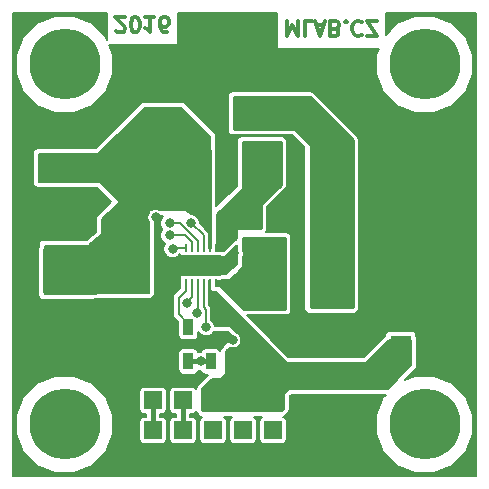
<source format=gbr>
G04 #@! TF.FileFunction,Copper,L2,Bot,Signal*
%FSLAX46Y46*%
G04 Gerber Fmt 4.6, Leading zero omitted, Abs format (unit mm)*
G04 Created by KiCad (PCBNEW 4.0.2+e4-6225~38~ubuntu15.10.1-stable) date Út 31. květen 2016, 19:10:35 CEST*
%MOMM*%
G01*
G04 APERTURE LIST*
%ADD10C,0.500000*%
%ADD11C,0.300000*%
%ADD12R,1.800860X2.499360*%
%ADD13R,3.810000X3.810000*%
%ADD14R,3.000000X3.000000*%
%ADD15C,6.000000*%
%ADD16R,0.250000X0.700000*%
%ADD17R,0.825000X0.850000*%
%ADD18R,1.397000X0.889000*%
%ADD19R,0.889000X1.397000*%
%ADD20R,1.524000X1.524000*%
%ADD21R,1.300000X1.300000*%
%ADD22C,1.300000*%
%ADD23C,0.800000*%
%ADD24C,0.400000*%
%ADD25C,0.200000*%
%ADD26C,0.254000*%
G04 APERTURE END LIST*
D10*
D11*
X9455429Y38400905D02*
X9517334Y38339000D01*
X9641143Y38277095D01*
X9950667Y38277095D01*
X10074477Y38339000D01*
X10136381Y38400905D01*
X10198286Y38524714D01*
X10198286Y38648524D01*
X10136381Y38834238D01*
X9393524Y39577095D01*
X10198286Y39577095D01*
X11003048Y38277095D02*
X11126857Y38277095D01*
X11250667Y38339000D01*
X11312572Y38400905D01*
X11374476Y38524714D01*
X11436381Y38772333D01*
X11436381Y39081857D01*
X11374476Y39329476D01*
X11312572Y39453286D01*
X11250667Y39515190D01*
X11126857Y39577095D01*
X11003048Y39577095D01*
X10879238Y39515190D01*
X10817334Y39453286D01*
X10755429Y39329476D01*
X10693524Y39081857D01*
X10693524Y38772333D01*
X10755429Y38524714D01*
X10817334Y38400905D01*
X10879238Y38339000D01*
X11003048Y38277095D01*
X12674476Y39577095D02*
X11931619Y39577095D01*
X12303048Y39577095D02*
X12303048Y38277095D01*
X12179238Y38462810D01*
X12055429Y38586619D01*
X11931619Y38648524D01*
X13788762Y38277095D02*
X13541143Y38277095D01*
X13417333Y38339000D01*
X13355428Y38400905D01*
X13231619Y38586619D01*
X13169714Y38834238D01*
X13169714Y39329476D01*
X13231619Y39453286D01*
X13293524Y39515190D01*
X13417333Y39577095D01*
X13664952Y39577095D01*
X13788762Y39515190D01*
X13850666Y39453286D01*
X13912571Y39329476D01*
X13912571Y39019952D01*
X13850666Y38896143D01*
X13788762Y38834238D01*
X13664952Y38772333D01*
X13417333Y38772333D01*
X13293524Y38834238D01*
X13231619Y38896143D01*
X13169714Y39019952D01*
X23940762Y39259595D02*
X23940762Y37959595D01*
X24374095Y38888167D01*
X24807428Y37959595D01*
X24807428Y39259595D01*
X26045523Y39259595D02*
X25426476Y39259595D01*
X25426476Y37959595D01*
X26416952Y38888167D02*
X27036000Y38888167D01*
X26293143Y39259595D02*
X26726476Y37959595D01*
X27159809Y39259595D01*
X28026476Y38578643D02*
X28212190Y38640548D01*
X28274095Y38702452D01*
X28336000Y38826262D01*
X28336000Y39011976D01*
X28274095Y39135786D01*
X28212190Y39197690D01*
X28088381Y39259595D01*
X27593143Y39259595D01*
X27593143Y37959595D01*
X28026476Y37959595D01*
X28150286Y38021500D01*
X28212190Y38083405D01*
X28274095Y38207214D01*
X28274095Y38331024D01*
X28212190Y38454833D01*
X28150286Y38516738D01*
X28026476Y38578643D01*
X27593143Y38578643D01*
X28893143Y39135786D02*
X28955048Y39197690D01*
X28893143Y39259595D01*
X28831238Y39197690D01*
X28893143Y39135786D01*
X28893143Y39259595D01*
X30255048Y39135786D02*
X30193143Y39197690D01*
X30007429Y39259595D01*
X29883619Y39259595D01*
X29697905Y39197690D01*
X29574096Y39073881D01*
X29512191Y38950071D01*
X29450286Y38702452D01*
X29450286Y38516738D01*
X29512191Y38269119D01*
X29574096Y38145310D01*
X29697905Y38021500D01*
X29883619Y37959595D01*
X30007429Y37959595D01*
X30193143Y38021500D01*
X30255048Y38083405D01*
X30688381Y37959595D02*
X31555048Y37959595D01*
X30688381Y39259595D01*
X31555048Y39259595D01*
D12*
X33528000Y15333980D03*
X33528000Y11336020D03*
D13*
X5160000Y13081000D03*
X10160000Y13081000D03*
D14*
X21765000Y27305000D03*
X27765000Y27305000D03*
X21892000Y16510000D03*
X27892000Y16510000D03*
D15*
X5080000Y35560000D03*
X35560000Y35560000D03*
X35560000Y5080000D03*
X5080000Y5080000D03*
D16*
X17887000Y17092000D03*
X17387000Y17092000D03*
X16887000Y17092000D03*
X16387000Y17092000D03*
X15887000Y17092000D03*
X15387000Y17092000D03*
X15387000Y19992000D03*
X15887000Y19992000D03*
X16387000Y19992000D03*
X16887000Y19992000D03*
X17387000Y19992000D03*
X17887000Y19992000D03*
D17*
X15399500Y18967000D03*
X16224500Y18967000D03*
X17049500Y18967000D03*
X17874500Y18967000D03*
X15399500Y18117000D03*
X16224500Y18117000D03*
X17049500Y18117000D03*
X17874500Y18117000D03*
D18*
X18415000Y14414500D03*
X18415000Y12509500D03*
D19*
X19367500Y10414000D03*
X17462500Y10414000D03*
X15557500Y10414000D03*
X13652500Y10414000D03*
X15557500Y13335000D03*
X13652500Y13335000D03*
D18*
X20828000Y22415500D03*
X20828000Y20510500D03*
D20*
X15113000Y4572000D03*
X15113000Y7112000D03*
X12573000Y4572000D03*
X12573000Y7112000D03*
D13*
X5160000Y18034000D03*
X10160000Y18034000D03*
D20*
X17653000Y4572000D03*
X22733000Y7112000D03*
X22733000Y4572000D03*
X22733000Y2032000D03*
X17653000Y7112000D03*
X20193000Y7112000D03*
X20193000Y4572000D03*
X29210000Y6604000D03*
X26670000Y6604000D03*
X29210000Y9144000D03*
X26670000Y9144000D03*
X29210000Y11684000D03*
X26670000Y11684000D03*
X6223000Y24130000D03*
X3683000Y24130000D03*
X6223000Y26670000D03*
X3683000Y26670000D03*
X6223000Y29210000D03*
X3683000Y29210000D03*
D21*
X13398500Y31178500D03*
D22*
X20898500Y31178500D03*
D21*
X28194000Y22669500D03*
D22*
X35694000Y22669500D03*
D23*
X34861500Y17335500D03*
X33401000Y17399000D03*
X32004000Y17462500D03*
X33718500Y22796500D03*
X34671000Y24574500D03*
X36385500Y24574500D03*
X37465000Y23558500D03*
X37401500Y21907500D03*
X36195000Y20955000D03*
X34544000Y21082000D03*
X12791619Y22616688D03*
X30480000Y14732000D03*
X23368000Y13970000D03*
X25273000Y11303000D03*
X24130000Y11303000D03*
X23241000Y12192000D03*
X22352000Y13081000D03*
X21463000Y13970000D03*
X25019000Y23241000D03*
X22733000Y23241000D03*
X24511000Y28702000D03*
X18288000Y27940000D03*
X19304000Y27813000D03*
X19304000Y25781000D03*
X18288000Y24892000D03*
X19341614Y12229614D03*
X6223000Y30861000D03*
X3683000Y30861000D03*
X3683000Y22352000D03*
X6223000Y22352000D03*
X19177000Y18542000D03*
X19431000Y19558000D03*
X15811500Y22161500D03*
X17099694Y13340150D03*
X15432010Y15380019D03*
X16299684Y14554447D03*
X13970000Y21082000D03*
X13970000Y22098000D03*
X16637000Y10414000D03*
X14224000Y19939000D03*
D24*
X33401000Y17399000D02*
X34798000Y17399000D01*
X34798000Y17399000D02*
X34861500Y17335500D01*
X36195000Y20955000D02*
X35496500Y20955000D01*
X35496500Y20955000D02*
X32004000Y17462500D01*
X36385500Y24574500D02*
X34671000Y24574500D01*
X37401500Y21907500D02*
X37401500Y23495000D01*
X37401500Y23495000D02*
X37465000Y23558500D01*
X34544000Y21082000D02*
X36068000Y21082000D01*
X36068000Y21082000D02*
X36195000Y20955000D01*
X13967998Y18923000D02*
X12791619Y20099379D01*
X12791619Y20099379D02*
X12791619Y22616688D01*
X15399500Y18967000D02*
X14011998Y18967000D01*
X14011998Y18967000D02*
X13967998Y18923000D01*
X21463000Y13970000D02*
X23368000Y13970000D01*
X23241000Y12192000D02*
X24130000Y11303000D01*
X21463000Y13970000D02*
X22352000Y13081000D01*
X22733000Y23241000D02*
X25019000Y23241000D01*
X26670000Y11684000D02*
X26670000Y12846000D01*
X26670000Y12846000D02*
X24511000Y15005000D01*
X24511000Y15005000D02*
X24511000Y28702000D01*
X19304000Y27813000D02*
X19304000Y29464000D01*
X19304000Y27813000D02*
X18415000Y27813000D01*
X18415000Y27813000D02*
X18288000Y27940000D01*
X18288000Y24892000D02*
X18415000Y24892000D01*
X18415000Y24892000D02*
X19304000Y25781000D01*
X18415000Y12509500D02*
X19061728Y12509500D01*
X19061728Y12509500D02*
X19341614Y12229614D01*
X3683000Y29210000D02*
X3683000Y30861000D01*
X33528000Y15333980D02*
X33528000Y16002000D01*
X6223000Y24130000D02*
X6223000Y22352000D01*
X17874500Y18967000D02*
X18840000Y18967000D01*
X18840000Y18967000D02*
X19431000Y19558000D01*
D11*
X10160000Y20239000D02*
X10160000Y18034000D01*
X17387000Y19992000D02*
X17387000Y28244000D01*
X17387000Y28244000D02*
X14516000Y31115000D01*
X10160000Y26759000D02*
X10160000Y20239000D01*
X13716000Y31115000D02*
X13716000Y30315000D01*
X13716000Y30315000D02*
X10160000Y26759000D01*
X14516000Y31115000D02*
X13716000Y31115000D01*
D25*
X16887000Y19992000D02*
X16887000Y21086000D01*
X16887000Y21086000D02*
X15811500Y22161500D01*
X16887000Y17092000D02*
X16887000Y15003133D01*
X16887000Y15003133D02*
X17099694Y14790439D01*
X17099694Y14790439D02*
X17099694Y13340150D01*
X15887000Y17092000D02*
X15887000Y15835009D01*
X15887000Y15835009D02*
X15432010Y15380019D01*
X16387000Y17092000D02*
X16387000Y14641763D01*
X16387000Y14641763D02*
X16299684Y14554447D01*
D24*
X15113000Y4572000D02*
X15113000Y7112000D01*
D25*
X15887000Y19992000D02*
X15887000Y20507002D01*
X15887000Y20507002D02*
X15312002Y21082000D01*
X15312002Y21082000D02*
X14535685Y21082000D01*
X14535685Y21082000D02*
X13970000Y21082000D01*
D24*
X12573000Y4572000D02*
X12573000Y7112000D01*
D25*
X16387000Y19992000D02*
X16387000Y20572701D01*
X16387000Y20572701D02*
X14861701Y22098000D01*
X14861701Y22098000D02*
X13970000Y22098000D01*
X18923000Y20828000D02*
X18986500Y20828000D01*
X18986500Y20828000D02*
X20574000Y22415500D01*
X20574000Y22415500D02*
X20828000Y22415500D01*
X18923000Y20510500D02*
X18923000Y20828000D01*
X17887000Y19992000D02*
X18404500Y19992000D01*
X18404500Y19992000D02*
X18923000Y20510500D01*
X17887000Y17092000D02*
X21310000Y17092000D01*
X21310000Y17092000D02*
X21892000Y16510000D01*
X15387000Y19992000D02*
X14277000Y19992000D01*
X14277000Y19992000D02*
X14224000Y19939000D01*
D24*
X16637000Y10414000D02*
X15557500Y10414000D01*
X16637000Y10414000D02*
X17462500Y10414000D01*
D25*
X15387000Y17092000D02*
X15387000Y16403000D01*
X15387000Y16403000D02*
X14732000Y15748000D01*
X14732000Y15748000D02*
X14732000Y14414500D01*
X14732000Y14414500D02*
X15557500Y13589000D01*
X15557500Y13589000D02*
X15557500Y13335000D01*
D26*
G36*
X23368000Y25325606D02*
X21754197Y23711803D01*
X21726334Y23669789D01*
X21717000Y23622000D01*
X21717000Y21717000D01*
X19685000Y21717000D01*
X19635590Y21706994D01*
X19593965Y21678553D01*
X19566685Y21636159D01*
X19558000Y21590000D01*
X19558000Y20880606D01*
X18489394Y19812000D01*
X18362874Y19812000D01*
X18287000Y19827365D01*
X17953000Y19827365D01*
X17953000Y19936700D01*
X17964000Y19992000D01*
X17964000Y22864394D01*
X20155803Y25056197D01*
X20183666Y25098211D01*
X20193000Y25146000D01*
X20193000Y28956000D01*
X23368000Y28956000D01*
X23368000Y25325606D01*
X23368000Y25325606D01*
G37*
X23368000Y25325606D02*
X21754197Y23711803D01*
X21726334Y23669789D01*
X21717000Y23622000D01*
X21717000Y21717000D01*
X19685000Y21717000D01*
X19635590Y21706994D01*
X19593965Y21678553D01*
X19566685Y21636159D01*
X19558000Y21590000D01*
X19558000Y20880606D01*
X18489394Y19812000D01*
X18362874Y19812000D01*
X18287000Y19827365D01*
X17953000Y19827365D01*
X17953000Y19936700D01*
X17964000Y19992000D01*
X17964000Y22864394D01*
X20155803Y25056197D01*
X20183666Y25098211D01*
X20193000Y25146000D01*
X20193000Y28956000D01*
X23368000Y28956000D01*
X23368000Y25325606D01*
G36*
X23749000Y14859000D02*
X20245606Y14859000D01*
X18250803Y16853803D01*
X18208789Y16881666D01*
X18161000Y16891000D01*
X17953000Y16891000D01*
X17953000Y17256635D01*
X18287000Y17256635D01*
X18368659Y17272000D01*
X18923000Y17272000D01*
X18972410Y17282006D01*
X19012803Y17309197D01*
X19473163Y17769557D01*
X19644846Y17840495D01*
X19877688Y18072930D01*
X19949515Y18245909D01*
X20155803Y18452197D01*
X20183666Y18494211D01*
X20193000Y18542000D01*
X20193000Y19236587D01*
X20257856Y19392778D01*
X20258143Y19721779D01*
X20193000Y19879437D01*
X20193000Y20828000D01*
X23749000Y20828000D01*
X23749000Y14859000D01*
X23749000Y14859000D01*
G37*
X23749000Y14859000D02*
X20245606Y14859000D01*
X18250803Y16853803D01*
X18208789Y16881666D01*
X18161000Y16891000D01*
X17953000Y16891000D01*
X17953000Y17256635D01*
X18287000Y17256635D01*
X18368659Y17272000D01*
X18923000Y17272000D01*
X18972410Y17282006D01*
X19012803Y17309197D01*
X19473163Y17769557D01*
X19644846Y17840495D01*
X19877688Y18072930D01*
X19949515Y18245909D01*
X20155803Y18452197D01*
X20183666Y18494211D01*
X20193000Y18542000D01*
X20193000Y19236587D01*
X20257856Y19392778D01*
X20258143Y19721779D01*
X20193000Y19879437D01*
X20193000Y20828000D01*
X23749000Y20828000D01*
X23749000Y14859000D01*
G36*
X29464000Y29157394D02*
X29464000Y14986000D01*
X25908000Y14986000D01*
X25908000Y28702000D01*
X25897994Y28751410D01*
X25870803Y28791803D01*
X24600803Y30061803D01*
X24558789Y30089666D01*
X24511000Y30099000D01*
X19431000Y30099000D01*
X19431000Y32766000D01*
X25855394Y32766000D01*
X29464000Y29157394D01*
X29464000Y29157394D01*
G37*
X29464000Y29157394D02*
X29464000Y14986000D01*
X25908000Y14986000D01*
X25908000Y28702000D01*
X25897994Y28751410D01*
X25870803Y28791803D01*
X24600803Y30061803D01*
X24558789Y30089666D01*
X24511000Y30099000D01*
X19431000Y30099000D01*
X19431000Y32766000D01*
X25855394Y32766000D01*
X29464000Y29157394D01*
D25*
G36*
X17426000Y16510000D02*
X17433879Y16471094D01*
X17455289Y16439289D01*
X17582289Y16312289D01*
X17615371Y16290350D01*
X17653000Y16283000D01*
X17865578Y16283000D01*
X23805289Y10343289D01*
X23838371Y10321350D01*
X23876000Y10314000D01*
X30607000Y10314000D01*
X30645906Y10321879D01*
X30677711Y10343289D01*
X32553422Y12219000D01*
X34444000Y12219000D01*
X34444000Y10074422D01*
X32470578Y8101000D01*
X24130000Y8101000D01*
X24091094Y8093121D01*
X24059289Y8071711D01*
X23678289Y7690711D01*
X23656350Y7657629D01*
X23649000Y7620000D01*
X23649000Y6391422D01*
X23453578Y6196000D01*
X16805422Y6196000D01*
X16737000Y6264422D01*
X16737000Y8086578D01*
X17567422Y8917000D01*
X18288000Y8917000D01*
X18326906Y8924879D01*
X18358711Y8946289D01*
X18739711Y9327289D01*
X18761650Y9360371D01*
X18769000Y9398000D01*
X18769000Y11261578D01*
X19085454Y11578032D01*
X19201764Y11529736D01*
X19480242Y11529493D01*
X19612159Y11584000D01*
X19685000Y11584000D01*
X19723906Y11591879D01*
X19755711Y11613289D01*
X20009711Y11867289D01*
X20031650Y11900371D01*
X20039000Y11938000D01*
X20039000Y12083763D01*
X20041492Y12089764D01*
X20041735Y12368242D01*
X20039000Y12374861D01*
X20039000Y12446000D01*
X20031121Y12484906D01*
X20009711Y12516711D01*
X19959742Y12566680D01*
X19935391Y12625614D01*
X19738650Y12822699D01*
X19678922Y12847500D01*
X19120711Y13405711D01*
X19087629Y13427650D01*
X19050000Y13435000D01*
X17799777Y13435000D01*
X17799815Y13478778D01*
X17693471Y13736150D01*
X17499694Y13930266D01*
X17499694Y14790434D01*
X17499695Y14790439D01*
X17469246Y14943513D01*
X17382537Y15073282D01*
X17287000Y15168819D01*
X17287000Y16613077D01*
X17293778Y16622997D01*
X17317877Y16742000D01*
X17317877Y17299000D01*
X17426000Y17299000D01*
X17426000Y16510000D01*
X17426000Y16510000D01*
G37*
X17426000Y16510000D02*
X17433879Y16471094D01*
X17455289Y16439289D01*
X17582289Y16312289D01*
X17615371Y16290350D01*
X17653000Y16283000D01*
X17865578Y16283000D01*
X23805289Y10343289D01*
X23838371Y10321350D01*
X23876000Y10314000D01*
X30607000Y10314000D01*
X30645906Y10321879D01*
X30677711Y10343289D01*
X32553422Y12219000D01*
X34444000Y12219000D01*
X34444000Y10074422D01*
X32470578Y8101000D01*
X24130000Y8101000D01*
X24091094Y8093121D01*
X24059289Y8071711D01*
X23678289Y7690711D01*
X23656350Y7657629D01*
X23649000Y7620000D01*
X23649000Y6391422D01*
X23453578Y6196000D01*
X16805422Y6196000D01*
X16737000Y6264422D01*
X16737000Y8086578D01*
X17567422Y8917000D01*
X18288000Y8917000D01*
X18326906Y8924879D01*
X18358711Y8946289D01*
X18739711Y9327289D01*
X18761650Y9360371D01*
X18769000Y9398000D01*
X18769000Y11261578D01*
X19085454Y11578032D01*
X19201764Y11529736D01*
X19480242Y11529493D01*
X19612159Y11584000D01*
X19685000Y11584000D01*
X19723906Y11591879D01*
X19755711Y11613289D01*
X20009711Y11867289D01*
X20031650Y11900371D01*
X20039000Y11938000D01*
X20039000Y12083763D01*
X20041492Y12089764D01*
X20041735Y12368242D01*
X20039000Y12374861D01*
X20039000Y12446000D01*
X20031121Y12484906D01*
X20009711Y12516711D01*
X19959742Y12566680D01*
X19935391Y12625614D01*
X19738650Y12822699D01*
X19678922Y12847500D01*
X19120711Y13405711D01*
X19087629Y13427650D01*
X19050000Y13435000D01*
X17799777Y13435000D01*
X17799815Y13478778D01*
X17693471Y13736150D01*
X17499694Y13930266D01*
X17499694Y14790434D01*
X17499695Y14790439D01*
X17469246Y14943513D01*
X17382537Y15073282D01*
X17287000Y15168819D01*
X17287000Y16613077D01*
X17293778Y16622997D01*
X17317877Y16742000D01*
X17317877Y17299000D01*
X17426000Y17299000D01*
X17426000Y16510000D01*
G36*
X8657810Y37637478D02*
X8557838Y37879429D01*
X7405496Y39033784D01*
X5899118Y39659287D01*
X4268037Y39660710D01*
X2760571Y39037838D01*
X1606216Y37885496D01*
X980713Y36379118D01*
X979290Y34748037D01*
X1602162Y33240571D01*
X2754504Y32086216D01*
X4260882Y31460713D01*
X5891963Y31459290D01*
X7399429Y32082162D01*
X8211683Y32893000D01*
X18904000Y32893000D01*
X18904000Y29972000D01*
X18931356Y29826617D01*
X19017277Y29693092D01*
X19148378Y29603514D01*
X19304000Y29572000D01*
X24345314Y29572000D01*
X25381000Y28536314D01*
X25381000Y14859000D01*
X25408356Y14713617D01*
X25494277Y14580092D01*
X25625378Y14490514D01*
X25781000Y14459000D01*
X29591000Y14459000D01*
X29736383Y14486356D01*
X29869908Y14572277D01*
X29959486Y14703378D01*
X29991000Y14859000D01*
X29991000Y29210000D01*
X29961600Y29360517D01*
X29873843Y29492843D01*
X26190843Y33175843D01*
X26063622Y33261486D01*
X25908000Y33293000D01*
X19304000Y33293000D01*
X19158617Y33265644D01*
X19025092Y33179723D01*
X18935514Y33048622D01*
X18904000Y32893000D01*
X8211683Y32893000D01*
X8553784Y33234504D01*
X9179287Y34740882D01*
X9180710Y36371963D01*
X8826590Y37229000D01*
X14710190Y37229000D01*
X14710190Y39936000D01*
X23081238Y39936000D01*
X23081238Y36911500D01*
X31681777Y36911500D01*
X31460713Y36379118D01*
X31459290Y34748037D01*
X32082162Y33240571D01*
X33234504Y32086216D01*
X34740882Y31460713D01*
X36371963Y31459290D01*
X37879429Y32082162D01*
X39033784Y33234504D01*
X39659287Y34740882D01*
X39660710Y36371963D01*
X39037838Y37879429D01*
X37885496Y39033784D01*
X36379118Y39659287D01*
X34748037Y39660710D01*
X33240571Y39037838D01*
X32290762Y38089685D01*
X32290762Y39936000D01*
X39936000Y39936000D01*
X39936000Y704000D01*
X704000Y704000D01*
X704000Y4268037D01*
X979290Y4268037D01*
X1602162Y2760571D01*
X2754504Y1606216D01*
X4260882Y980713D01*
X5891963Y979290D01*
X7399429Y1602162D01*
X8553784Y2754504D01*
X9179287Y4260882D01*
X9180710Y5891963D01*
X8557838Y7399429D01*
X8084095Y7874000D01*
X11403164Y7874000D01*
X11403164Y6350000D01*
X11431056Y6201769D01*
X11518660Y6065628D01*
X11652329Y5974296D01*
X11811000Y5942164D01*
X11973000Y5942164D01*
X11973000Y5741836D01*
X11811000Y5741836D01*
X11662769Y5713944D01*
X11526628Y5626340D01*
X11435296Y5492671D01*
X11403164Y5334000D01*
X11403164Y3810000D01*
X11431056Y3661769D01*
X11518660Y3525628D01*
X11652329Y3434296D01*
X11811000Y3402164D01*
X13335000Y3402164D01*
X13483231Y3430056D01*
X13619372Y3517660D01*
X13710704Y3651329D01*
X13742836Y3810000D01*
X13742836Y5334000D01*
X13714944Y5482231D01*
X13627340Y5618372D01*
X13493671Y5709704D01*
X13335000Y5741836D01*
X13173000Y5741836D01*
X13173000Y5942164D01*
X13335000Y5942164D01*
X13483231Y5970056D01*
X13619372Y6057660D01*
X13710704Y6191329D01*
X13742836Y6350000D01*
X13742836Y7874000D01*
X13714944Y8022231D01*
X13627340Y8158372D01*
X13493671Y8249704D01*
X13335000Y8281836D01*
X11811000Y8281836D01*
X11662769Y8253944D01*
X11526628Y8166340D01*
X11435296Y8032671D01*
X11403164Y7874000D01*
X8084095Y7874000D01*
X7405496Y8553784D01*
X5899118Y9179287D01*
X4268037Y9180710D01*
X2760571Y8557838D01*
X1606216Y7405496D01*
X980713Y5899118D01*
X979290Y4268037D01*
X704000Y4268037D01*
X704000Y28067000D01*
X2394000Y28067000D01*
X2394000Y25527000D01*
X2421356Y25381617D01*
X2507277Y25248092D01*
X2638378Y25158514D01*
X2794000Y25127000D01*
X7835314Y25127000D01*
X9022814Y23939500D01*
X7845157Y22761843D01*
X7759514Y22634622D01*
X7728000Y22479000D01*
X7728000Y21390508D01*
X6961705Y20720000D01*
X3302000Y20720000D01*
X3156617Y20692644D01*
X3023092Y20606723D01*
X2933514Y20475622D01*
X2902000Y20320000D01*
X2902000Y20130899D01*
X2879296Y20097671D01*
X2847164Y19939000D01*
X2847164Y16129000D01*
X2875056Y15980769D01*
X2919716Y15911366D01*
X2931440Y15851383D01*
X3019233Y15719081D01*
X3151582Y15631359D01*
X3307633Y15602040D01*
X11765437Y15721164D01*
X12065000Y15721164D01*
X12089237Y15725725D01*
X12324633Y15729040D01*
X12464383Y15756356D01*
X12597908Y15842277D01*
X12687486Y15973378D01*
X12719000Y16129000D01*
X12719000Y22714000D01*
X13454716Y22714000D01*
X13292188Y22551755D01*
X13170139Y22257828D01*
X13169861Y21939568D01*
X13291397Y21645428D01*
X13346628Y21590100D01*
X13292188Y21535755D01*
X13170139Y21241828D01*
X13169861Y20923568D01*
X13291397Y20629428D01*
X13516245Y20404188D01*
X13545834Y20391902D01*
X13424139Y20098828D01*
X13423861Y19780568D01*
X13545397Y19486428D01*
X13770245Y19261188D01*
X14064172Y19139139D01*
X14382432Y19138861D01*
X14676572Y19260397D01*
X14893123Y19476571D01*
X14969660Y19357628D01*
X15103329Y19266296D01*
X15262000Y19234164D01*
X15512000Y19234164D01*
X15641589Y19258548D01*
X15762000Y19234164D01*
X16012000Y19234164D01*
X16141589Y19258548D01*
X16262000Y19234164D01*
X16512000Y19234164D01*
X16641589Y19258548D01*
X16762000Y19234164D01*
X17012000Y19234164D01*
X17141589Y19258548D01*
X17262000Y19234164D01*
X17512000Y19234164D01*
X17641589Y19258548D01*
X17762000Y19234164D01*
X18012000Y19234164D01*
X18160231Y19262056D01*
X18195887Y19285000D01*
X18542000Y19285000D01*
X18692517Y19314400D01*
X18824843Y19402157D01*
X19666000Y20243314D01*
X19666000Y18707686D01*
X18757314Y17799000D01*
X18198045Y17799000D01*
X18170671Y17817704D01*
X18012000Y17849836D01*
X17762000Y17849836D01*
X17632411Y17825452D01*
X17512000Y17849836D01*
X17262000Y17849836D01*
X17132411Y17825452D01*
X17012000Y17849836D01*
X16762000Y17849836D01*
X16632411Y17825452D01*
X16512000Y17849836D01*
X16262000Y17849836D01*
X16132411Y17825452D01*
X16012000Y17849836D01*
X15762000Y17849836D01*
X15632411Y17825452D01*
X15512000Y17849836D01*
X15262000Y17849836D01*
X15113769Y17821944D01*
X14977628Y17734340D01*
X14886296Y17600671D01*
X14854164Y17442000D01*
X14854164Y16742000D01*
X14880252Y16603358D01*
X14378447Y16101553D01*
X14270060Y15939342D01*
X14232000Y15748000D01*
X14232000Y14414500D01*
X14257121Y14288209D01*
X14270060Y14223158D01*
X14378447Y14060947D01*
X14705164Y13734230D01*
X14705164Y12636500D01*
X14733056Y12488269D01*
X14820660Y12352128D01*
X14954329Y12260796D01*
X15113000Y12228664D01*
X16002000Y12228664D01*
X16150231Y12256556D01*
X16286372Y12344160D01*
X16377704Y12477829D01*
X16409836Y12636500D01*
X16409836Y12914817D01*
X16421091Y12887578D01*
X16645939Y12662338D01*
X16939866Y12540289D01*
X17258126Y12540011D01*
X17552266Y12661547D01*
X17777506Y12886395D01*
X17797689Y12935000D01*
X18884314Y12935000D01*
X19539000Y12280314D01*
X19539000Y12103686D01*
X19519314Y12084000D01*
X19050000Y12084000D01*
X18899483Y12054600D01*
X18767157Y11966843D01*
X18386157Y11585843D01*
X18300514Y11458622D01*
X18269000Y11303000D01*
X18269000Y11288617D01*
X18199340Y11396872D01*
X18065671Y11488204D01*
X17907000Y11520336D01*
X17018000Y11520336D01*
X16869769Y11492444D01*
X16733628Y11404840D01*
X16642296Y11271171D01*
X16630720Y11214006D01*
X16478568Y11214139D01*
X16397049Y11180456D01*
X16381944Y11260731D01*
X16294340Y11396872D01*
X16160671Y11488204D01*
X16002000Y11520336D01*
X15113000Y11520336D01*
X14964769Y11492444D01*
X14828628Y11404840D01*
X14737296Y11271171D01*
X14705164Y11112500D01*
X14705164Y9715500D01*
X14733056Y9567269D01*
X14820660Y9431128D01*
X14954329Y9339796D01*
X15113000Y9307664D01*
X16002000Y9307664D01*
X16150231Y9335556D01*
X16286372Y9423160D01*
X16377704Y9556829D01*
X16396125Y9647793D01*
X16477172Y9614139D01*
X16629262Y9614006D01*
X16638056Y9567269D01*
X16725660Y9431128D01*
X16859329Y9339796D01*
X17018000Y9307664D01*
X17254950Y9307664D01*
X17243157Y9299843D01*
X16354157Y8410843D01*
X16268514Y8283622D01*
X16237000Y8128000D01*
X16237000Y8050117D01*
X16167340Y8158372D01*
X16033671Y8249704D01*
X15875000Y8281836D01*
X14351000Y8281836D01*
X14202769Y8253944D01*
X14066628Y8166340D01*
X13975296Y8032671D01*
X13943164Y7874000D01*
X13943164Y6350000D01*
X13971056Y6201769D01*
X14058660Y6065628D01*
X14192329Y5974296D01*
X14351000Y5942164D01*
X14513000Y5942164D01*
X14513000Y5741836D01*
X14351000Y5741836D01*
X14202769Y5713944D01*
X14066628Y5626340D01*
X13975296Y5492671D01*
X13943164Y5334000D01*
X13943164Y3810000D01*
X13971056Y3661769D01*
X14058660Y3525628D01*
X14192329Y3434296D01*
X14351000Y3402164D01*
X15875000Y3402164D01*
X16023231Y3430056D01*
X16159372Y3517660D01*
X16250704Y3651329D01*
X16282836Y3810000D01*
X16282836Y5334000D01*
X16254944Y5482231D01*
X16167340Y5618372D01*
X16033671Y5709704D01*
X15875000Y5741836D01*
X15713000Y5741836D01*
X15713000Y5942164D01*
X15875000Y5942164D01*
X16023231Y5970056D01*
X16159372Y6057660D01*
X16244858Y6182772D01*
X16266400Y6072483D01*
X16354157Y5940157D01*
X16481157Y5813157D01*
X16608378Y5727514D01*
X16726640Y5703565D01*
X16606628Y5626340D01*
X16515296Y5492671D01*
X16483164Y5334000D01*
X16483164Y3810000D01*
X16511056Y3661769D01*
X16598660Y3525628D01*
X16732329Y3434296D01*
X16891000Y3402164D01*
X18415000Y3402164D01*
X18563231Y3430056D01*
X18699372Y3517660D01*
X18790704Y3651329D01*
X18822836Y3810000D01*
X18822836Y5334000D01*
X18794944Y5482231D01*
X18707340Y5618372D01*
X18593727Y5696000D01*
X19254883Y5696000D01*
X19146628Y5626340D01*
X19055296Y5492671D01*
X19023164Y5334000D01*
X19023164Y3810000D01*
X19051056Y3661769D01*
X19138660Y3525628D01*
X19272329Y3434296D01*
X19431000Y3402164D01*
X20955000Y3402164D01*
X21103231Y3430056D01*
X21239372Y3517660D01*
X21330704Y3651329D01*
X21362836Y3810000D01*
X21362836Y5334000D01*
X21334944Y5482231D01*
X21247340Y5618372D01*
X21133727Y5696000D01*
X21794883Y5696000D01*
X21686628Y5626340D01*
X21595296Y5492671D01*
X21563164Y5334000D01*
X21563164Y3810000D01*
X21591056Y3661769D01*
X21678660Y3525628D01*
X21812329Y3434296D01*
X21971000Y3402164D01*
X23495000Y3402164D01*
X23643231Y3430056D01*
X23779372Y3517660D01*
X23870704Y3651329D01*
X23902836Y3810000D01*
X23902836Y5334000D01*
X23874944Y5482231D01*
X23787340Y5618372D01*
X23653671Y5709704D01*
X23610214Y5718504D01*
X23645517Y5725400D01*
X23777843Y5813157D01*
X24031843Y6067157D01*
X24117486Y6194378D01*
X24149000Y6350000D01*
X24149000Y7454314D01*
X24295686Y7601000D01*
X32282062Y7601000D01*
X32086216Y7405496D01*
X31460713Y5899118D01*
X31459290Y4268037D01*
X32082162Y2760571D01*
X33234504Y1606216D01*
X34740882Y980713D01*
X36371963Y979290D01*
X37879429Y1602162D01*
X39033784Y2754504D01*
X39659287Y4260882D01*
X39660710Y5891963D01*
X39037838Y7399429D01*
X37885496Y8553784D01*
X36379118Y9179287D01*
X34748037Y9180710D01*
X33911919Y8835233D01*
X34826843Y9750157D01*
X34912486Y9877378D01*
X34944000Y10033000D01*
X34944000Y12319000D01*
X34916644Y12464383D01*
X34835310Y12590779D01*
X34808374Y12733931D01*
X34720770Y12870072D01*
X34587101Y12961404D01*
X34428430Y12993536D01*
X32627570Y12993536D01*
X32479339Y12965644D01*
X32343198Y12878040D01*
X32251866Y12744371D01*
X32221440Y12594126D01*
X30441314Y10814000D01*
X24041686Y10814000D01*
X20523686Y14332000D01*
X23876000Y14332000D01*
X24021383Y14359356D01*
X24154908Y14445277D01*
X24244486Y14576378D01*
X24276000Y14732000D01*
X24276000Y20955000D01*
X24248644Y21100383D01*
X24162723Y21233908D01*
X24031622Y21323486D01*
X23876000Y21355000D01*
X22158249Y21355000D01*
X22212486Y21434378D01*
X22244000Y21590000D01*
X22244000Y23456314D01*
X23777843Y24990157D01*
X23863486Y25117378D01*
X23895000Y25273000D01*
X23895000Y29083000D01*
X23867644Y29228383D01*
X23781723Y29361908D01*
X23650622Y29451486D01*
X23495000Y29483000D01*
X20066000Y29483000D01*
X19920617Y29455644D01*
X19787092Y29369723D01*
X19697514Y29238622D01*
X19666000Y29083000D01*
X19666000Y25311686D01*
X17937000Y23582686D01*
X17937000Y28244000D01*
X17926000Y28299301D01*
X17926000Y29464000D01*
X17896600Y29614517D01*
X17808843Y29746843D01*
X15268843Y32286843D01*
X15141622Y32372486D01*
X14986000Y32404000D01*
X11811000Y32404000D01*
X11660483Y32374600D01*
X11528157Y32286843D01*
X7708314Y28467000D01*
X2794000Y28467000D01*
X2648617Y28439644D01*
X2515092Y28353723D01*
X2425514Y28222622D01*
X2394000Y28067000D01*
X704000Y28067000D01*
X704000Y39936000D01*
X8657810Y39936000D01*
X8657810Y37637478D01*
X8657810Y37637478D01*
G37*
X8657810Y37637478D02*
X8557838Y37879429D01*
X7405496Y39033784D01*
X5899118Y39659287D01*
X4268037Y39660710D01*
X2760571Y39037838D01*
X1606216Y37885496D01*
X980713Y36379118D01*
X979290Y34748037D01*
X1602162Y33240571D01*
X2754504Y32086216D01*
X4260882Y31460713D01*
X5891963Y31459290D01*
X7399429Y32082162D01*
X8211683Y32893000D01*
X18904000Y32893000D01*
X18904000Y29972000D01*
X18931356Y29826617D01*
X19017277Y29693092D01*
X19148378Y29603514D01*
X19304000Y29572000D01*
X24345314Y29572000D01*
X25381000Y28536314D01*
X25381000Y14859000D01*
X25408356Y14713617D01*
X25494277Y14580092D01*
X25625378Y14490514D01*
X25781000Y14459000D01*
X29591000Y14459000D01*
X29736383Y14486356D01*
X29869908Y14572277D01*
X29959486Y14703378D01*
X29991000Y14859000D01*
X29991000Y29210000D01*
X29961600Y29360517D01*
X29873843Y29492843D01*
X26190843Y33175843D01*
X26063622Y33261486D01*
X25908000Y33293000D01*
X19304000Y33293000D01*
X19158617Y33265644D01*
X19025092Y33179723D01*
X18935514Y33048622D01*
X18904000Y32893000D01*
X8211683Y32893000D01*
X8553784Y33234504D01*
X9179287Y34740882D01*
X9180710Y36371963D01*
X8826590Y37229000D01*
X14710190Y37229000D01*
X14710190Y39936000D01*
X23081238Y39936000D01*
X23081238Y36911500D01*
X31681777Y36911500D01*
X31460713Y36379118D01*
X31459290Y34748037D01*
X32082162Y33240571D01*
X33234504Y32086216D01*
X34740882Y31460713D01*
X36371963Y31459290D01*
X37879429Y32082162D01*
X39033784Y33234504D01*
X39659287Y34740882D01*
X39660710Y36371963D01*
X39037838Y37879429D01*
X37885496Y39033784D01*
X36379118Y39659287D01*
X34748037Y39660710D01*
X33240571Y39037838D01*
X32290762Y38089685D01*
X32290762Y39936000D01*
X39936000Y39936000D01*
X39936000Y704000D01*
X704000Y704000D01*
X704000Y4268037D01*
X979290Y4268037D01*
X1602162Y2760571D01*
X2754504Y1606216D01*
X4260882Y980713D01*
X5891963Y979290D01*
X7399429Y1602162D01*
X8553784Y2754504D01*
X9179287Y4260882D01*
X9180710Y5891963D01*
X8557838Y7399429D01*
X8084095Y7874000D01*
X11403164Y7874000D01*
X11403164Y6350000D01*
X11431056Y6201769D01*
X11518660Y6065628D01*
X11652329Y5974296D01*
X11811000Y5942164D01*
X11973000Y5942164D01*
X11973000Y5741836D01*
X11811000Y5741836D01*
X11662769Y5713944D01*
X11526628Y5626340D01*
X11435296Y5492671D01*
X11403164Y5334000D01*
X11403164Y3810000D01*
X11431056Y3661769D01*
X11518660Y3525628D01*
X11652329Y3434296D01*
X11811000Y3402164D01*
X13335000Y3402164D01*
X13483231Y3430056D01*
X13619372Y3517660D01*
X13710704Y3651329D01*
X13742836Y3810000D01*
X13742836Y5334000D01*
X13714944Y5482231D01*
X13627340Y5618372D01*
X13493671Y5709704D01*
X13335000Y5741836D01*
X13173000Y5741836D01*
X13173000Y5942164D01*
X13335000Y5942164D01*
X13483231Y5970056D01*
X13619372Y6057660D01*
X13710704Y6191329D01*
X13742836Y6350000D01*
X13742836Y7874000D01*
X13714944Y8022231D01*
X13627340Y8158372D01*
X13493671Y8249704D01*
X13335000Y8281836D01*
X11811000Y8281836D01*
X11662769Y8253944D01*
X11526628Y8166340D01*
X11435296Y8032671D01*
X11403164Y7874000D01*
X8084095Y7874000D01*
X7405496Y8553784D01*
X5899118Y9179287D01*
X4268037Y9180710D01*
X2760571Y8557838D01*
X1606216Y7405496D01*
X980713Y5899118D01*
X979290Y4268037D01*
X704000Y4268037D01*
X704000Y28067000D01*
X2394000Y28067000D01*
X2394000Y25527000D01*
X2421356Y25381617D01*
X2507277Y25248092D01*
X2638378Y25158514D01*
X2794000Y25127000D01*
X7835314Y25127000D01*
X9022814Y23939500D01*
X7845157Y22761843D01*
X7759514Y22634622D01*
X7728000Y22479000D01*
X7728000Y21390508D01*
X6961705Y20720000D01*
X3302000Y20720000D01*
X3156617Y20692644D01*
X3023092Y20606723D01*
X2933514Y20475622D01*
X2902000Y20320000D01*
X2902000Y20130899D01*
X2879296Y20097671D01*
X2847164Y19939000D01*
X2847164Y16129000D01*
X2875056Y15980769D01*
X2919716Y15911366D01*
X2931440Y15851383D01*
X3019233Y15719081D01*
X3151582Y15631359D01*
X3307633Y15602040D01*
X11765437Y15721164D01*
X12065000Y15721164D01*
X12089237Y15725725D01*
X12324633Y15729040D01*
X12464383Y15756356D01*
X12597908Y15842277D01*
X12687486Y15973378D01*
X12719000Y16129000D01*
X12719000Y22714000D01*
X13454716Y22714000D01*
X13292188Y22551755D01*
X13170139Y22257828D01*
X13169861Y21939568D01*
X13291397Y21645428D01*
X13346628Y21590100D01*
X13292188Y21535755D01*
X13170139Y21241828D01*
X13169861Y20923568D01*
X13291397Y20629428D01*
X13516245Y20404188D01*
X13545834Y20391902D01*
X13424139Y20098828D01*
X13423861Y19780568D01*
X13545397Y19486428D01*
X13770245Y19261188D01*
X14064172Y19139139D01*
X14382432Y19138861D01*
X14676572Y19260397D01*
X14893123Y19476571D01*
X14969660Y19357628D01*
X15103329Y19266296D01*
X15262000Y19234164D01*
X15512000Y19234164D01*
X15641589Y19258548D01*
X15762000Y19234164D01*
X16012000Y19234164D01*
X16141589Y19258548D01*
X16262000Y19234164D01*
X16512000Y19234164D01*
X16641589Y19258548D01*
X16762000Y19234164D01*
X17012000Y19234164D01*
X17141589Y19258548D01*
X17262000Y19234164D01*
X17512000Y19234164D01*
X17641589Y19258548D01*
X17762000Y19234164D01*
X18012000Y19234164D01*
X18160231Y19262056D01*
X18195887Y19285000D01*
X18542000Y19285000D01*
X18692517Y19314400D01*
X18824843Y19402157D01*
X19666000Y20243314D01*
X19666000Y18707686D01*
X18757314Y17799000D01*
X18198045Y17799000D01*
X18170671Y17817704D01*
X18012000Y17849836D01*
X17762000Y17849836D01*
X17632411Y17825452D01*
X17512000Y17849836D01*
X17262000Y17849836D01*
X17132411Y17825452D01*
X17012000Y17849836D01*
X16762000Y17849836D01*
X16632411Y17825452D01*
X16512000Y17849836D01*
X16262000Y17849836D01*
X16132411Y17825452D01*
X16012000Y17849836D01*
X15762000Y17849836D01*
X15632411Y17825452D01*
X15512000Y17849836D01*
X15262000Y17849836D01*
X15113769Y17821944D01*
X14977628Y17734340D01*
X14886296Y17600671D01*
X14854164Y17442000D01*
X14854164Y16742000D01*
X14880252Y16603358D01*
X14378447Y16101553D01*
X14270060Y15939342D01*
X14232000Y15748000D01*
X14232000Y14414500D01*
X14257121Y14288209D01*
X14270060Y14223158D01*
X14378447Y14060947D01*
X14705164Y13734230D01*
X14705164Y12636500D01*
X14733056Y12488269D01*
X14820660Y12352128D01*
X14954329Y12260796D01*
X15113000Y12228664D01*
X16002000Y12228664D01*
X16150231Y12256556D01*
X16286372Y12344160D01*
X16377704Y12477829D01*
X16409836Y12636500D01*
X16409836Y12914817D01*
X16421091Y12887578D01*
X16645939Y12662338D01*
X16939866Y12540289D01*
X17258126Y12540011D01*
X17552266Y12661547D01*
X17777506Y12886395D01*
X17797689Y12935000D01*
X18884314Y12935000D01*
X19539000Y12280314D01*
X19539000Y12103686D01*
X19519314Y12084000D01*
X19050000Y12084000D01*
X18899483Y12054600D01*
X18767157Y11966843D01*
X18386157Y11585843D01*
X18300514Y11458622D01*
X18269000Y11303000D01*
X18269000Y11288617D01*
X18199340Y11396872D01*
X18065671Y11488204D01*
X17907000Y11520336D01*
X17018000Y11520336D01*
X16869769Y11492444D01*
X16733628Y11404840D01*
X16642296Y11271171D01*
X16630720Y11214006D01*
X16478568Y11214139D01*
X16397049Y11180456D01*
X16381944Y11260731D01*
X16294340Y11396872D01*
X16160671Y11488204D01*
X16002000Y11520336D01*
X15113000Y11520336D01*
X14964769Y11492444D01*
X14828628Y11404840D01*
X14737296Y11271171D01*
X14705164Y11112500D01*
X14705164Y9715500D01*
X14733056Y9567269D01*
X14820660Y9431128D01*
X14954329Y9339796D01*
X15113000Y9307664D01*
X16002000Y9307664D01*
X16150231Y9335556D01*
X16286372Y9423160D01*
X16377704Y9556829D01*
X16396125Y9647793D01*
X16477172Y9614139D01*
X16629262Y9614006D01*
X16638056Y9567269D01*
X16725660Y9431128D01*
X16859329Y9339796D01*
X17018000Y9307664D01*
X17254950Y9307664D01*
X17243157Y9299843D01*
X16354157Y8410843D01*
X16268514Y8283622D01*
X16237000Y8128000D01*
X16237000Y8050117D01*
X16167340Y8158372D01*
X16033671Y8249704D01*
X15875000Y8281836D01*
X14351000Y8281836D01*
X14202769Y8253944D01*
X14066628Y8166340D01*
X13975296Y8032671D01*
X13943164Y7874000D01*
X13943164Y6350000D01*
X13971056Y6201769D01*
X14058660Y6065628D01*
X14192329Y5974296D01*
X14351000Y5942164D01*
X14513000Y5942164D01*
X14513000Y5741836D01*
X14351000Y5741836D01*
X14202769Y5713944D01*
X14066628Y5626340D01*
X13975296Y5492671D01*
X13943164Y5334000D01*
X13943164Y3810000D01*
X13971056Y3661769D01*
X14058660Y3525628D01*
X14192329Y3434296D01*
X14351000Y3402164D01*
X15875000Y3402164D01*
X16023231Y3430056D01*
X16159372Y3517660D01*
X16250704Y3651329D01*
X16282836Y3810000D01*
X16282836Y5334000D01*
X16254944Y5482231D01*
X16167340Y5618372D01*
X16033671Y5709704D01*
X15875000Y5741836D01*
X15713000Y5741836D01*
X15713000Y5942164D01*
X15875000Y5942164D01*
X16023231Y5970056D01*
X16159372Y6057660D01*
X16244858Y6182772D01*
X16266400Y6072483D01*
X16354157Y5940157D01*
X16481157Y5813157D01*
X16608378Y5727514D01*
X16726640Y5703565D01*
X16606628Y5626340D01*
X16515296Y5492671D01*
X16483164Y5334000D01*
X16483164Y3810000D01*
X16511056Y3661769D01*
X16598660Y3525628D01*
X16732329Y3434296D01*
X16891000Y3402164D01*
X18415000Y3402164D01*
X18563231Y3430056D01*
X18699372Y3517660D01*
X18790704Y3651329D01*
X18822836Y3810000D01*
X18822836Y5334000D01*
X18794944Y5482231D01*
X18707340Y5618372D01*
X18593727Y5696000D01*
X19254883Y5696000D01*
X19146628Y5626340D01*
X19055296Y5492671D01*
X19023164Y5334000D01*
X19023164Y3810000D01*
X19051056Y3661769D01*
X19138660Y3525628D01*
X19272329Y3434296D01*
X19431000Y3402164D01*
X20955000Y3402164D01*
X21103231Y3430056D01*
X21239372Y3517660D01*
X21330704Y3651329D01*
X21362836Y3810000D01*
X21362836Y5334000D01*
X21334944Y5482231D01*
X21247340Y5618372D01*
X21133727Y5696000D01*
X21794883Y5696000D01*
X21686628Y5626340D01*
X21595296Y5492671D01*
X21563164Y5334000D01*
X21563164Y3810000D01*
X21591056Y3661769D01*
X21678660Y3525628D01*
X21812329Y3434296D01*
X21971000Y3402164D01*
X23495000Y3402164D01*
X23643231Y3430056D01*
X23779372Y3517660D01*
X23870704Y3651329D01*
X23902836Y3810000D01*
X23902836Y5334000D01*
X23874944Y5482231D01*
X23787340Y5618372D01*
X23653671Y5709704D01*
X23610214Y5718504D01*
X23645517Y5725400D01*
X23777843Y5813157D01*
X24031843Y6067157D01*
X24117486Y6194378D01*
X24149000Y6350000D01*
X24149000Y7454314D01*
X24295686Y7601000D01*
X32282062Y7601000D01*
X32086216Y7405496D01*
X31460713Y5899118D01*
X31459290Y4268037D01*
X32082162Y2760571D01*
X33234504Y1606216D01*
X34740882Y980713D01*
X36371963Y979290D01*
X37879429Y1602162D01*
X39033784Y2754504D01*
X39659287Y4260882D01*
X39660710Y5891963D01*
X39037838Y7399429D01*
X37885496Y8553784D01*
X36379118Y9179287D01*
X34748037Y9180710D01*
X33911919Y8835233D01*
X34826843Y9750157D01*
X34912486Y9877378D01*
X34944000Y10033000D01*
X34944000Y12319000D01*
X34916644Y12464383D01*
X34835310Y12590779D01*
X34808374Y12733931D01*
X34720770Y12870072D01*
X34587101Y12961404D01*
X34428430Y12993536D01*
X32627570Y12993536D01*
X32479339Y12965644D01*
X32343198Y12878040D01*
X32251866Y12744371D01*
X32221440Y12594126D01*
X30441314Y10814000D01*
X24041686Y10814000D01*
X20523686Y14332000D01*
X23876000Y14332000D01*
X24021383Y14359356D01*
X24154908Y14445277D01*
X24244486Y14576378D01*
X24276000Y14732000D01*
X24276000Y20955000D01*
X24248644Y21100383D01*
X24162723Y21233908D01*
X24031622Y21323486D01*
X23876000Y21355000D01*
X22158249Y21355000D01*
X22212486Y21434378D01*
X22244000Y21590000D01*
X22244000Y23456314D01*
X23777843Y24990157D01*
X23863486Y25117378D01*
X23895000Y25273000D01*
X23895000Y29083000D01*
X23867644Y29228383D01*
X23781723Y29361908D01*
X23650622Y29451486D01*
X23495000Y29483000D01*
X20066000Y29483000D01*
X19920617Y29455644D01*
X19787092Y29369723D01*
X19697514Y29238622D01*
X19666000Y29083000D01*
X19666000Y25311686D01*
X17937000Y23582686D01*
X17937000Y28244000D01*
X17926000Y28299301D01*
X17926000Y29464000D01*
X17896600Y29614517D01*
X17808843Y29746843D01*
X15268843Y32286843D01*
X15141622Y32372486D01*
X14986000Y32404000D01*
X11811000Y32404000D01*
X11660483Y32374600D01*
X11528157Y32286843D01*
X7708314Y28467000D01*
X2794000Y28467000D01*
X2648617Y28439644D01*
X2515092Y28353723D01*
X2425514Y28222622D01*
X2394000Y28067000D01*
X704000Y28067000D01*
X704000Y39936000D01*
X8657810Y39936000D01*
X8657810Y37637478D01*
G36*
X17426000Y29422578D02*
X17426000Y19785000D01*
X17372000Y19785000D01*
X17372000Y21209000D01*
X17364121Y21247906D01*
X17342711Y21279711D01*
X16511456Y22110966D01*
X16511621Y22300128D01*
X16405277Y22557500D01*
X16208536Y22754585D01*
X15951350Y22861378D01*
X15760878Y22861544D01*
X15437711Y23184711D01*
X15404629Y23206650D01*
X15367000Y23214000D01*
X13178475Y23214000D01*
X12931469Y23316566D01*
X12652991Y23316809D01*
X12404174Y23214000D01*
X12319000Y23214000D01*
X12280094Y23206121D01*
X12247319Y23183727D01*
X12225839Y23150346D01*
X12219000Y23114000D01*
X12219000Y23034154D01*
X12198534Y23013724D01*
X12091741Y22756538D01*
X12091498Y22478060D01*
X12197842Y22220688D01*
X12219000Y22199493D01*
X12219000Y16227601D01*
X3402000Y16103418D01*
X3402000Y20220000D01*
X7112000Y20220000D01*
X7150906Y20227879D01*
X7177850Y20244742D01*
X8193850Y21133742D01*
X8217942Y21165291D01*
X8228000Y21209000D01*
X8228000Y22437578D01*
X9659211Y23868789D01*
X9681150Y23901871D01*
X9688490Y23940881D01*
X9680075Y23979675D01*
X9659211Y24010211D01*
X8071711Y25597711D01*
X8038629Y25619650D01*
X8001000Y25627000D01*
X2894000Y25627000D01*
X2894000Y27967000D01*
X7874000Y27967000D01*
X7912906Y27974879D01*
X7944711Y27996289D01*
X11852422Y31904000D01*
X14944578Y31904000D01*
X17426000Y29422578D01*
X17426000Y29422578D01*
G37*
X17426000Y29422578D02*
X17426000Y19785000D01*
X17372000Y19785000D01*
X17372000Y21209000D01*
X17364121Y21247906D01*
X17342711Y21279711D01*
X16511456Y22110966D01*
X16511621Y22300128D01*
X16405277Y22557500D01*
X16208536Y22754585D01*
X15951350Y22861378D01*
X15760878Y22861544D01*
X15437711Y23184711D01*
X15404629Y23206650D01*
X15367000Y23214000D01*
X13178475Y23214000D01*
X12931469Y23316566D01*
X12652991Y23316809D01*
X12404174Y23214000D01*
X12319000Y23214000D01*
X12280094Y23206121D01*
X12247319Y23183727D01*
X12225839Y23150346D01*
X12219000Y23114000D01*
X12219000Y23034154D01*
X12198534Y23013724D01*
X12091741Y22756538D01*
X12091498Y22478060D01*
X12197842Y22220688D01*
X12219000Y22199493D01*
X12219000Y16227601D01*
X3402000Y16103418D01*
X3402000Y20220000D01*
X7112000Y20220000D01*
X7150906Y20227879D01*
X7177850Y20244742D01*
X8193850Y21133742D01*
X8217942Y21165291D01*
X8228000Y21209000D01*
X8228000Y22437578D01*
X9659211Y23868789D01*
X9681150Y23901871D01*
X9688490Y23940881D01*
X9680075Y23979675D01*
X9659211Y24010211D01*
X8071711Y25597711D01*
X8038629Y25619650D01*
X8001000Y25627000D01*
X2894000Y25627000D01*
X2894000Y27967000D01*
X7874000Y27967000D01*
X7912906Y27974879D01*
X7944711Y27996289D01*
X11852422Y31904000D01*
X14944578Y31904000D01*
X17426000Y29422578D01*
M02*

</source>
